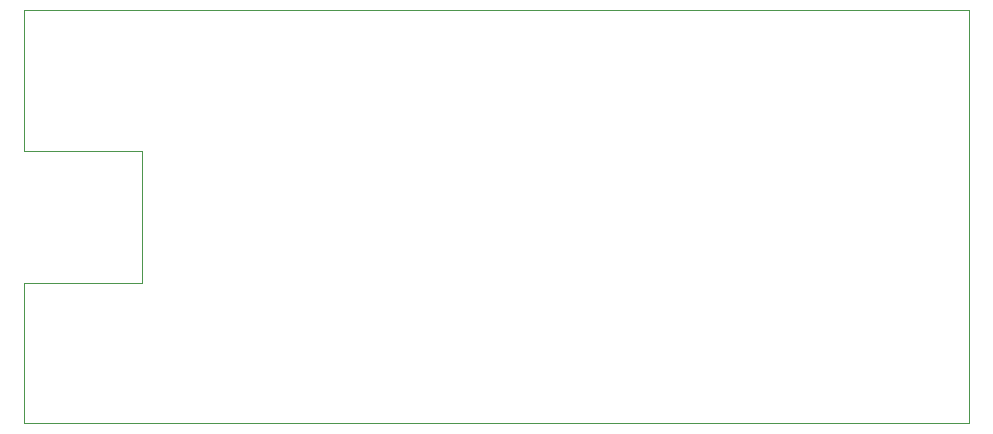
<source format=gbp>
G04 #@! TF.GenerationSoftware,KiCad,Pcbnew,(6.0.1-0)*
G04 #@! TF.CreationDate,2022-03-02T13:09:52+07:00*
G04 #@! TF.ProjectId,V0_Display,56305f44-6973-4706-9c61-792e6b696361,rev?*
G04 #@! TF.SameCoordinates,Original*
G04 #@! TF.FileFunction,Paste,Bot*
G04 #@! TF.FilePolarity,Positive*
%FSLAX46Y46*%
G04 Gerber Fmt 4.6, Leading zero omitted, Abs format (unit mm)*
G04 Created by KiCad (PCBNEW (6.0.1-0)) date 2022-03-02 13:09:52*
%MOMM*%
%LPD*%
G01*
G04 APERTURE LIST*
G04 #@! TA.AperFunction,Profile*
%ADD10C,0.050000*%
G04 #@! TD*
G04 APERTURE END LIST*
D10*
X85170000Y-61562000D02*
X85170000Y-49650000D01*
X165170000Y-84650000D02*
X85170000Y-84650000D01*
X85170000Y-84650000D02*
X85170000Y-72738000D01*
X85170000Y-61562000D02*
X95144000Y-61562000D01*
X85170000Y-72738000D02*
X95144000Y-72738000D01*
X95144000Y-61562000D02*
X95144000Y-72738000D01*
X85170000Y-49650000D02*
X165170000Y-49650000D01*
X165170000Y-49650000D02*
X165170000Y-84650000D01*
M02*

</source>
